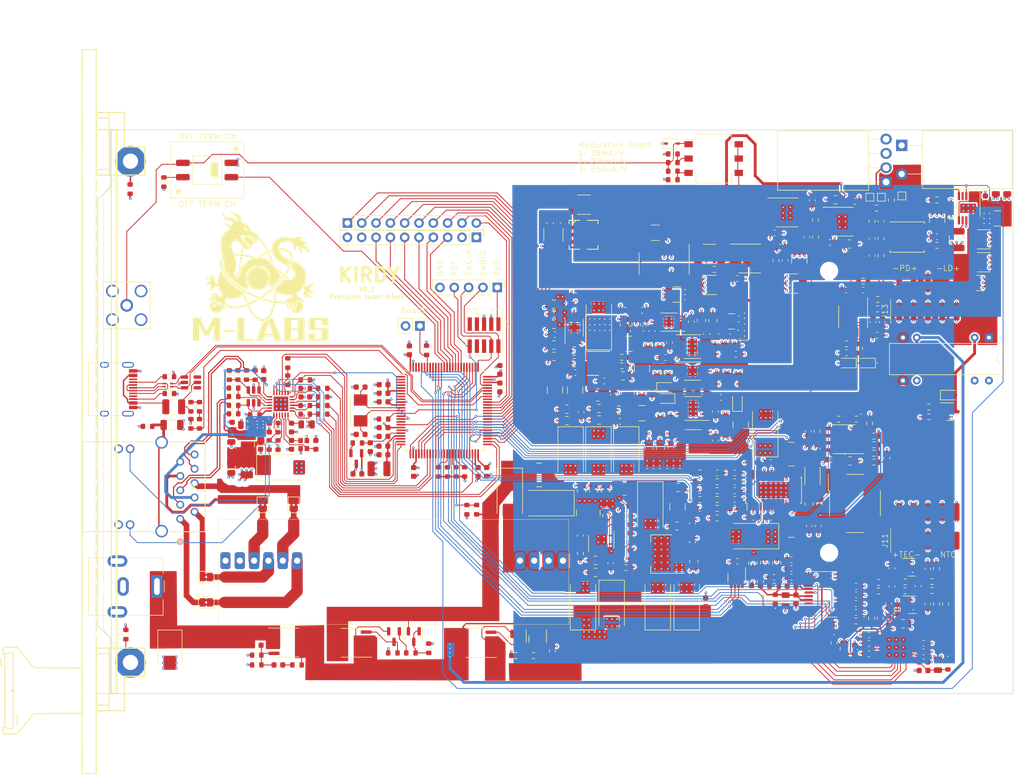
<source format=kicad_pcb>
(kicad_pcb (version 20221018) (generator pcbnew)

  (general
    (thickness 1.6)
  )

  (paper "A4")
  (layers
    (0 "F.Cu" jumper)
    (1 "In1.Cu" signal)
    (2 "In2.Cu" signal)
    (31 "B.Cu" signal)
    (32 "B.Adhes" user "B.Adhesive")
    (33 "F.Adhes" user "F.Adhesive")
    (34 "B.Paste" user)
    (35 "F.Paste" user)
    (36 "B.SilkS" user "B.Silkscreen")
    (37 "F.SilkS" user "F.Silkscreen")
    (38 "B.Mask" user)
    (39 "F.Mask" user)
    (40 "Dwgs.User" user "User.Drawings")
    (41 "Cmts.User" user "User.Comments")
    (42 "Eco1.User" user "User.Eco1")
    (43 "Eco2.User" user "User.Eco2")
    (44 "Edge.Cuts" user)
    (45 "Margin" user)
    (46 "B.CrtYd" user "B.Courtyard")
    (47 "F.CrtYd" user "F.Courtyard")
    (48 "B.Fab" user)
    (49 "F.Fab" user)
    (50 "User.1" user)
    (51 "User.2" user)
    (52 "User.3" user)
    (53 "User.4" user)
    (54 "User.5" user)
    (55 "User.6" user)
    (56 "User.7" user)
    (57 "User.8" user)
    (58 "User.9" user)
  )

  (setup
    (stackup
      (layer "F.SilkS" (type "Top Silk Screen"))
      (layer "F.Paste" (type "Top Solder Paste"))
      (layer "F.Mask" (type "Top Solder Mask") (thickness 0.01))
      (layer "F.Cu" (type "copper") (thickness 0.035))
      (layer "dielectric 1" (type "core") (thickness 0.48) (material "FR4") (epsilon_r 4.5) (loss_tangent 0.02))
      (layer "In1.Cu" (type "copper") (thickness 0.035))
      (layer "dielectric 2" (type "prepreg") (thickness 0.48) (material "FR4") (epsilon_r 4.5) (loss_tangent 0.02))
      (layer "In2.Cu" (type "copper") (thickness 0.035))
      (layer "dielectric 3" (type "core") (thickness 0.48) (material "FR4") (epsilon_r 4.5) (loss_tangent 0.02))
      (layer "B.Cu" (type "copper") (thickness 0.035))
      (layer "B.Mask" (type "Bottom Solder Mask") (thickness 0.01))
      (layer "B.Paste" (type "Bottom Solder Paste"))
      (layer "B.SilkS" (type "Bottom Silk Screen"))
      (copper_finish "ENIG")
      (dielectric_constraints no)
    )
    (pad_to_mask_clearance 0)
    (pcbplotparams
      (layerselection 0x00010fc_ffffffff)
      (plot_on_all_layers_selection 0x0000000_00000000)
      (disableapertmacros false)
      (usegerberextensions true)
      (usegerberattributes false)
      (usegerberadvancedattributes false)
      (creategerberjobfile true)
      (dashed_line_dash_ratio 12.000000)
      (dashed_line_gap_ratio 3.000000)
      (svgprecision 6)
      (plotframeref false)
      (viasonmask false)
      (mode 1)
      (useauxorigin false)
      (hpglpennumber 1)
      (hpglpenspeed 20)
      (hpglpendiameter 15.000000)
      (dxfpolygonmode true)
      (dxfimperialunits true)
      (dxfusepcbnewfont true)
      (psnegative false)
      (psa4output false)
      (plotreference false)
      (plotvalue false)
      (plotinvisibletext false)
      (sketchpadsonfab false)
      (subtractmaskfromsilk true)
      (outputformat 1)
      (mirror false)
      (drillshape 0)
      (scaleselection 1)
      (outputdirectory "gerbers")
    )
  )

  (net 0 "")
  (net 1 "+5VA")
  (net 2 "GND")
  (net 3 "Net-(U1-VOUT_F)")
  (net 4 "Net-(U4--)")
  (net 5 "Net-(U2-OUT)")
  (net 6 "Net-(U4-+)")
  (net 7 "+9VA")
  (net 8 "-6V")
  (net 9 "+15V")
  (net 10 "Net-(U6-+)")
  (net 11 "Net-(C13-Pad2)")
  (net 12 "/MCU/PD_MON")
  (net 13 "Net-(C18-Pad2)")
  (net 14 "Net-(C18-Pad1)")
  (net 15 "Net-(U5B-+)")
  (net 16 "+3V3")
  (net 17 "Net-(U6--)")
  (net 18 "Net-(Q2-G)")
  (net 19 "/MCU/VREF")
  (net 20 "+12V")
  (net 21 "Net-(C25-Pad2)")
  (net 22 "Net-(C26-Pad2)")
  (net 23 "Net-(C26-Pad1)")
  (net 24 "Net-(C27-Pad1)")
  (net 25 "/driveStage/PD_C")
  (net 26 "Net-(C28-Pad1)")
  (net 27 "-9V")
  (net 28 "IN")
  (net 29 "Net-(U8-VCAP_1)")
  (net 30 "Net-(U8-VCAP_2)")
  (net 31 "Net-(C52-Pad1)")
  (net 32 "Net-(U8-PH0)")
  (net 33 "Net-(U8-PH1)")
  (net 34 "/MCU/VDDA")
  (net 35 "Net-(D6-K)")
  (net 36 "Net-(D5-A)")
  (net 37 "Net-(U9-C+)")
  (net 38 "Net-(D5-K)")
  (net 39 "Net-(C57-Pad1)")
  (net 40 "+9V")
  (net 41 "+8V")
  (net 42 "+3.3VA")
  (net 43 "/thermostat/DAC_REF")
  (net 44 "Net-(U9-C-)")
  (net 45 "Net-(D7-A)")
  (net 46 "Net-(U16-PGFB)")
  (net 47 "/thermostat/MAXV")
  (net 48 "/thermostat/MAXIP")
  (net 49 "/thermostat/MAXIN")
  (net 50 "Net-(U11-EN{slash}UV)")
  (net 51 "Net-(U12-EN{slash}UV)")
  (net 52 "Net-(U13-EN{slash}UV)")
  (net 53 "/MCU/TEC_ISEN")
  (net 54 "Net-(U15-EN{slash}UV)")
  (net 55 "/MCU/TEC_VREF")
  (net 56 "Net-(U14-EN{slash}UV)")
  (net 57 "Net-(U11-SET)")
  (net 58 "Net-(U16-SET)")
  (net 59 "+5V")
  (net 60 "Net-(U12-SET)")
  (net 61 "Net-(U13-SET)")
  (net 62 "Net-(U14-SET)")
  (net 63 "Net-(U15-SET)")
  (net 64 "Net-(U19-REGCAPD)")
  (net 65 "Net-(U18-REGCAPD)")
  (net 66 "Net-(U21-CTLI)")
  (net 67 "Net-(U18-REFOUT)")
  (net 68 "Net-(U18-REGCAPA)")
  (net 69 "Net-(U19-REGCAPA)")
  (net 70 "Net-(U21-COMP)")
  (net 71 "Net-(U21-CS)")
  (net 72 "Net-(U21-OS2)")
  (net 73 "/Ehternet/AVDDT_PHY")
  (net 74 "/Ehternet/ETH_SHIELD")
  (net 75 "Net-(U23-VIN)")
  (net 76 "Net-(U23-SS{slash}TR)")
  (net 77 "/MCU/RST")
  (net 78 "Net-(FB12-Pad1)")
  (net 79 "/thermostat/TEC+")
  (net 80 "/thermostat/TEC-")
  (net 81 "Net-(U23-BOOT)")
  (net 82 "/MCU/USB_DP")
  (net 83 "/MCU/USB_DN")
  (net 84 "/MCU/SWDIO")
  (net 85 "/MCU/SWCLK")
  (net 86 "Net-(U23-COMP)")
  (net 87 "Net-(Q3-E)")
  (net 88 "/digital supply/+12V_Barrel_Jack")
  (net 89 "Net-(Q4-G)")
  (net 90 "Net-(U24-VI)")
  (net 91 "Net-(U26-XTAL2)")
  (net 92 "Net-(U26-XTAL1)")
  (net 93 "Net-(U26-VDDCR)")
  (net 94 "Net-(D1-A2)")
  (net 95 "/driveStage/LD-")
  (net 96 "/thermostat/NTC+")
  (net 97 "/thermostat/NTC-")
  (net 98 "Net-(D4-A)")
  (net 99 "Net-(U27-VBUS)")
  (net 100 "Net-(L3-Pad1)")
  (net 101 "Net-(U21-OS1)")
  (net 102 "Net-(FL2-Pad4)")
  (net 103 "Net-(FL2-Pad1)")
  (net 104 "Net-(J4-Pin_8)")
  (net 105 "Net-(J4-Pin_7)")
  (net 106 "Net-(J4-Pin_6)")
  (net 107 "Net-(J4-Pin_5)")
  (net 108 "Net-(J4-Pin_4)")
  (net 109 "Net-(J4-Pin_3)")
  (net 110 "Net-(J5-Pin_10)")
  (net 111 "Net-(J5-Pin_9)")
  (net 112 "Net-(J5-Pin_8)")
  (net 113 "Net-(J5-Pin_7)")
  (net 114 "Net-(J5-Pin_6)")
  (net 115 "Net-(J5-Pin_5)")
  (net 116 "Net-(J5-Pin_4)")
  (net 117 "Net-(J5-Pin_3)")
  (net 118 "Net-(J5-Pin_2)")
  (net 119 "Net-(J5-Pin_1)")
  (net 120 "unconnected-(J6-Pin_6-Pad6)")
  (net 121 "/MCU/PWM_MAXV")
  (net 122 "/MCU/PWM_MAXIP")
  (net 123 "/MCU/PWM_MAXIN")
  (net 124 "unconnected-(J6-Pin_7-Pad7)")
  (net 125 "unconnected-(J6-Pin_8-Pad8)")
  (net 126 "unconnected-(J6-Pin_9-Pad9)")
  (net 127 "/MCU/TEC_VSEN")
  (net 128 "/Ehternet/POE_VC2-")
  (net 129 "/Ehternet/POE_VC1-")
  (net 130 "/MCU/POE_PWR_SRC")
  (net 131 "/Ehternet/RMII_RXD0")
  (net 132 "/Ehternet/POE_VC2+")
  (net 133 "/Ehternet/RMII_RXD1")
  (net 134 "/Ehternet/POE_VC1+")
  (net 135 "/Ehternet/RMII_CRS_DV")
  (net 136 "/Ehternet/RMII_REF_CLK")
  (net 137 "/Ehternet/RMII_MDIO")
  (net 138 "Net-(J9-Pad11)")
  (net 139 "/Ehternet/ETH_LED_1")
  (net 140 "Net-(J9-Pad13)")
  (net 141 "/Ehternet/PHY_TD_P")
  (net 142 "/Ehternet/PHY_TD_N")
  (net 143 "/Ehternet/PHY_RD_P")
  (net 144 "/Ehternet/PHY_RD_N")
  (net 145 "/Ehternet/ETH_LED_2")
  (net 146 "unconnected-(J10-SBU2-PadB8)")
  (net 147 "Net-(J10-CC2)")
  (net 148 "/MCU/USB_VBUS")
  (net 149 "/MCU/LDAC_LOAD")
  (net 150 "/MCU/LDAC_CLK")
  (net 151 "/MCU/LDAC_MOSI")
  (net 152 "/MCU/LDAC_CS")
  (net 153 "/MCU/TADC_SYNC")
  (net 154 "/MCU/TADC_MISO")
  (net 155 "/MCU/TDAC_MOSI")
  (net 156 "/MCU/TADC_CLK")
  (net 157 "/MCU/TDAC_CLK")
  (net 158 "/MCU/TADC_CS")
  (net 159 "/MCU/TDAC_SYNC")
  (net 160 "/MCU/TADC_MOSI")
  (net 161 "unconnected-(J10-SBU1-PadA8)")
  (net 162 "Net-(J10-CC1)")
  (net 163 "Net-(JP1-A)")
  (net 164 "Net-(JP2-B)")
  (net 165 "Net-(JP3-B)")
  (net 166 "Net-(JP4-B)")
  (net 167 "Net-(JP5-B)")
  (net 168 "Net-(L4-Pad1)")
  (net 169 "Net-(Q9-E)")
  (net 170 "Net-(Q1-G)")
  (net 171 "Net-(Q2-S-Pad1)")
  (net 172 "Net-(Q3-B)")
  (net 173 "Net-(Q5-G)")
  (net 174 "/Ehternet/RMII_MDC")
  (net 175 "/Ehternet/PHY_NRST")
  (net 176 "Net-(Q6-B)")
  (net 177 "Net-(Q7-B)")
  (net 178 "Net-(Q8-G)")
  (net 179 "Net-(Q9-B)")
  (net 180 "Net-(R3-Pad2)")
  (net 181 "/Ehternet/RMII_TX_EN")
  (net 182 "/Ehternet/RMII_TXD0")
  (net 183 "/Ehternet/RMII_TXD1")
  (net 184 "Net-(R5-Pad2)")
  (net 185 "Net-(U3--)")
  (net 186 "Net-(U5B--)")
  (net 187 "Net-(U7-OUT)")
  (net 188 "Net-(U8-PE8)")
  (net 189 "Net-(U8-PE9)")
  (net 190 "Net-(U8-PE10)")
  (net 191 "Net-(U8-PE11)")
  (net 192 "Net-(U16-ILIM)")
  (net 193 "Net-(U10-SET)")
  (net 194 "Net-(U17-VFB)")
  (net 195 "Net-(U20B--)")
  (net 196 "Net-(U18-AIN0)")
  (net 197 "Net-(U18-AIN1)")
  (net 198 "Net-(U19-AIN0{slash}REF2-)")
  (net 199 "Net-(U19-AIN1{slash}REF2+)")
  (net 200 "unconnected-(K1-Pad14)")
  (net 201 "Net-(U20A-+)")
  (net 202 "Net-(U20A--)")
  (net 203 "Net-(U23-EN)")
  (net 204 "Net-(U23-RT{slash}CLK)")
  (net 205 "Net-(U23-VSENSE)")
  (net 206 "Net-(U26-RXD0)")
  (net 207 "Net-(U26-RXD1)")
  (net 208 "Net-(U26-CRS_DV)")
  (net 209 "Net-(U26-nINT)")
  (net 210 "Net-(U26-RXER)")
  (net 211 "Net-(U26-RBIAS)")
  (net 212 "Net-(U3-+)")
  (net 213 "Net-(U1-VOUT_S)")
  (net 214 "unconnected-(U2-INV-Pad13)")
  (net 215 "unconnected-(U2-NC-Pad9)")
  (net 216 "unconnected-(U2-RFB-Pad1)")
  (net 217 "unconnected-(U8-PE1-Pad98)")
  (net 218 "unconnected-(U8-PE0-Pad97)")
  (net 219 "unconnected-(U8-PB9-Pad96)")
  (net 220 "unconnected-(U8-PA10-Pad69)")
  (net 221 "unconnected-(U8-PA8-Pad67)")
  (net 222 "unconnected-(U8-PE15-Pad46)")
  (net 223 "unconnected-(U8-PE14-Pad45)")
  (net 224 "/MCU/LD_EN")
  (net 225 "unconnected-(U8-PE13-Pad44)")
  (net 226 "unconnected-(U8-PE12-Pad43)")
  (net 227 "unconnected-(U8-PE7-Pad38)")
  (net 228 "unconnected-(U8-PB2-Pad37)")
  (net 229 "/MCU/TEC_~{SHDN}")
  (net 230 "/MCU/~{LD_SHORT}")
  (net 231 "unconnected-(U8-PC2-Pad17)")
  (net 232 "unconnected-(U8-PC0-Pad15)")
  (net 233 "unconnected-(U8-PC15-Pad9)")
  (net 234 "unconnected-(U8-PC14-Pad8)")
  (net 235 "unconnected-(U8-PC13-Pad7)")
  (net 236 "unconnected-(U8-PE6-Pad5)")
  (net 237 "unconnected-(U8-PE5-Pad4)")
  (net 238 "unconnected-(U8-PE4-Pad3)")
  (net 239 "unconnected-(U8-PE3-Pad2)")
  (net 240 "unconnected-(U8-PE2-Pad1)")
  (net 241 "12Vin")
  (net 242 "unconnected-(U9-NC-Pad12)")
  (net 243 "unconnected-(U9-NC-Pad7)")
  (net 244 "unconnected-(U9-NC-Pad6)")
  (net 245 "unconnected-(U9-NC-Pad3)")
  (net 246 "unconnected-(U9-NC-Pad1)")
  (net 247 "unconnected-(U10-ILIM-Pad5)")
  (net 248 "unconnected-(U11-PG-Pad4)")
  (net 249 "unconnected-(U12-PG-Pad5)")
  (net 250 "unconnected-(U13-PG-Pad4)")
  (net 251 "unconnected-(U14-VIOC-Pad7)")
  (net 252 "unconnected-(U14-PG-Pad4)")
  (net 253 "unconnected-(U15-PG-Pad4)")
  (net 254 "unconnected-(U16-PG-Pad5)")
  (net 255 "unconnected-(U18-GPIO1-Pad20)")
  (net 256 "unconnected-(U18-GPIO0-Pad19)")
  (net 257 "unconnected-(U18-XTAL2{slash}CLKIO-Pad10)")
  (net 258 "unconnected-(U18-XTAL1-Pad9)")
  (net 259 "unconnected-(U19-DNC-Pad3)")
  (net 260 "unconnected-(U19-PDSW-Pad8)")
  (net 261 "unconnected-(U19-XTAL1-Pad9)")
  (net 262 "unconnected-(U19-XTAL2{slash}CLKIO-Pad10)")
  (net 263 "unconnected-(U19-~{ERROR}-Pad15)")
  (net 264 "unconnected-(U19-GPIO0-Pad20)")
  (net 265 "unconnected-(U19-GPIO1-Pad21)")
  (net 266 "unconnected-(U19-GPIO2-Pad22)")
  (net 267 "unconnected-(U19-AIN2-Pad23)")
  (net 268 "unconnected-(U19-AIN3-Pad24)")
  (net 269 "unconnected-(U19-AIN4-Pad25)")
  (net 270 "unconnected-(U19-AIN5-Pad26)")
  (net 271 "unconnected-(U19-AIN6-Pad27)")
  (net 272 "unconnected-(U19-AIN7-Pad28)")
  (net 273 "unconnected-(U19-AIN8-Pad29)")
  (net 274 "unconnected-(U19-GPO3-Pad30)")
  (net 275 "Net-(U20B-+)")
  (net 276 "unconnected-(U22-NC-Pad2)")
  (net 277 "unconnected-(U22-NC-Pad1)")
  (net 278 "unconnected-(U23-PWRGD-Pad14)")
  (net 279 "unconnected-(U27-I{slash}O4-Pad6)")
  (net 280 "unconnected-(U27-I{slash}O3-Pad4)")
  (net 281 "/Ehternet/RJ45_RD_N")
  (net 282 "/Ehternet/RJ45_RD_P")
  (net 283 "/Ehternet/RJ45_TD_N")
  (net 284 "/Ehternet/RJ45_TD_P")
  (net 285 "/thermostat/ADC1_REF")
  (net 286 "/thermostat/ADC1_A3V3")
  (net 287 "/thermostat/ADC1_D3V3")
  (net 288 "/thermostat/ADC2_D3V3")
  (net 289 "/thermostat/ADC2_A3V3")
  (net 290 "/thermostat/ADC2_REF")
  (net 291 "Net-(C124-Pad1)")
  (net 292 "Net-(C125-Pad1)")
  (net 293 "Net-(C126-Pad1)")
  (net 294 "Net-(C156-Pad2)")
  (net 295 "Net-(C157-Pad2)")
  (net 296 "Net-(C166-Pad2)")
  (net 297 "Net-(C167-Pad2)")
  (net 298 "Net-(C177-Pad2)")
  (net 299 "Net-(C178-Pad1)")
  (net 300 "Net-(C179-Pad1)")
  (net 301 "Net-(C187-Pad2)")
  (net 302 "Net-(C188-Pad1)")
  (net 303 "Net-(C208-Pad1)")
  (net 304 "Net-(R7-Pad2)")
  (net 305 "Net-(R23-Pad2)")
  (net 306 "unconnected-(R25-Pad3)")
  (net 307 "Net-(R35-Pad2)")
  (net 308 "Net-(R66-Pad2)")
  (net 309 "Net-(R121-Pad2)")
  (net 310 "Net-(R122-Pad1)")
  (net 311 "unconnected-(J4-Pin_9-Pad9)")
  (net 312 "/MCU/TERM_STAT")
  (net 313 "Net-(MH1-Pad1)")
  (net 314 "Net-(MH1-Pad2)")

  (footprint "Resistor_SMD:R_0603_1608Metric" (layer "F.Cu") (at 34.544 45.8338 180))

  (footprint "Resistor_SMD:R_0603_1608Metric" (layer "F.Cu") (at 56.4334 91.9319 90))

  (footprint "Capacitor_SMD:C_0603_1608Metric" (layer "F.Cu") (at 34.544 47.3578))

  (footprint "Capacitor_SMD:C_0603_1608Metric" (layer "F.Cu") (at 138.5316 80.9498 90))

  (footprint "Package_TO_SOT_SMD:SOT-23" (layer "F.Cu") (at 50.2782 89.8694 -90))

  (footprint "Capacitor_SMD:C_0805_2012Metric" (layer "F.Cu") (at 103.4288 76.5556 -90))

  (footprint "Inductor_SMD:L_1210_3225Metric" (layer "F.Cu") (at 47.617 60.0964))

  (footprint "Capacitor_SMD:C_0603_1608Metric" (layer "F.Cu") (at 104.4956 63.9706 180))

  (footprint "Capacitor_SMD:C_0603_1608Metric" (layer "F.Cu") (at 78.8126 36.3114 180))

  (footprint "Capacitor_SMD:C_0603_1608Metric" (layer "F.Cu") (at 137.6328 58.1658 90))

  (footprint "Package_QFP:LQFP-100_14x14mm_P0.5mm" (layer "F.Cu") (at 59.182 49.7798))

  (footprint "Capacitor_SMD:C_0603_1608Metric" (layer "F.Cu") (at 104.4956 67.1332 180))

  (footprint "Resistor_SMD:R_0603_1608Metric" (layer "F.Cu") (at 33.0855 94.896))

  (footprint "Resistor_SMD:R_0603_1608Metric" (layer "F.Cu") (at 37.6308 47.3578 180))

  (footprint "Inductor_SMD:L_1008_2520Metric" (layer "F.Cu") (at 91.7448 46.6344 -90))

  (footprint "Capacitor_SMD:C_0603_1608Metric" (layer "F.Cu") (at 110.6875 60.8397))

  (footprint "Capacitor_SMD:C_0805_2012Metric" (layer "F.Cu") (at 94.1832 46.3922 -90))

  (footprint "Resistor_SMD:R_0603_1608Metric" (layer "F.Cu") (at 115.239 80.0856 -90))

  (footprint "Resistor_SMD:R_0603_1608Metric" (layer "F.Cu") (at 37.6308 45.8338 180))

  (footprint "Resistor_SMD:R_0603_1608Metric" (layer "F.Cu") (at 132.1684 87.096))

  (footprint "Resistor_SMD:R_0603_1608Metric" (layer "F.Cu") (at 104.4956 62.3984))

  (footprint "Resistor_SMD:R_0603_1608Metric" (layer "F.Cu") (at 78.35 92.4 90))

  (footprint "Capacitor_SMD:C_0603_1608Metric" (layer "F.Cu") (at 135.0256 22.3134 -90))

  (footprint "Capacitor_SMD:C_0603_1608Metric" (layer "F.Cu") (at 99.3394 50.1786 90))

  (footprint "Diode_SMD:D_SMB" (layer "F.Cu") (at 10.5615 92.364 -90))

  (footprint "Capacitor_SMD:C_0603_1608Metric" (layer "F.Cu") (at 78.8126 32.7046 180))

  (footprint "Resistor_SMD:R_0603_1608Metric" (layer "F.Cu") (at 21.844 50.355))

  (footprint "Resistor_SMD:R_0603_1608Metric" (layer "F.Cu") (at 145.0848 49.1476))

  (footprint "Capacitor_SMD:C_0805_2012Metric" (layer "F.Cu") (at 82.2198 41.2662 180))

  (footprint "Package_SO:SOIC-8-1EP_3.9x4.9mm_P1.27mm_EP2.29x3mm" (layer "F.Cu") (at 119.9378 14.6424))

  (footprint "Capacitor_SMD:C_0805_2012Metric" (layer "F.Cu") (at 86.0044 76.3524 180))

  (footprint "Package_TO_SOT_SMD:SOT-23-6" (layer "F.Cu") (at 25.4 47.2562 90))

  (footprint "Connector_BarrelJack:BarrelJack_CUI_PJ-063AH_Horizontal" (layer "F.Cu") (at 8.25 80.9732 -90))

  (footprint "Capacitor_SMD:C_1812_4532Metric" (layer "F.Cu") (at 154.813 23.4696))

  (footprint "Resistor_SMD:R_0603_1608Metric" (layer "F.Cu") (at 136.144 81.788))

  (footprint "Capacitor_SMD:C_0603_1608Metric" (layer "F.Cu") (at 144.137 91.059))

  (footprint "Resistor_SMD:R_0603_1608Metric" (layer "F.Cu") (at 104.5423 60.8397))

  (footprint "Resistor_SMD:R_0603_1608Metric" (layer "F.Cu") (at 148.463 94.869 90))

  (footprint "Resistor_SMD:R_0603_1608Metric" (layer "F.Cu") (at 107.823 39.7994))

  (footprint "Package_TO_SOT_THT:TO-220F-4_Horizontal_TabDown" (layer "F.Cu") (at 137.5 9.25 90))

  (footprint "Capacitor_SMD:C_0603_1608Metric" (layer "F.Cu") (at 117.6528 79.3496 180))

  (footprint "Capacitor_SMD:C_0603_1608Metric" (layer "F.Cu") (at 99.1108 37.6936 -90))

  (footprint "Capacitor_SMD:C_0603_1608Metric" (layer "F.Cu")
    (tstamp 18b8fa11-6bc8-4019-aac3-0eea023d7ea8)
    (at 113.652 80.0602 -90)
    (descr "Capacitor SMD 0603 (1608 Metric), square (rectangular) end terminal, IPC_7351 nominal, (Body size source: IPC-SM-782 page 76, https://www.pcb-3d.com/wordpress/wp-content/uploads/ipc-sm-782a_amendment_1_and_2.pdf), generated with kicad-footprint-generator")
    (tags "capacitor")
    (property "MFR_PN" "CL10B104KB8NNWC")
    (property "MFR_PN_ALT" "CL10B104KB8NNNL")
    (property "Sheetfile" "thermostat.kicad_sch")
    (property "Sheetname" "thermostat")
    (property "ki_description" "Unpolarized capacitor")
    (property "ki_keywords" "cap capacitor")
    (path "/bda728c0-b189-4e05-8d4f-58a38acf883b/d924e105-c32c-494b-9c01-fb97e5dab91b")
    (attr smd)
    (fp_text reference "C117" (at 0 -1.43 90) (layer "F.SilkS") hide
        (effects (font (size 1 1) (thickness 0.15)))
      (tstamp f9ad1429-39d7-47ea-ada8-5393828a2889)
    )
    (fp_text value "100n" (at 0 1.43 90) (layer "F.Fab")
        (effects (font (size 1 1) (thickness 0.15)))
      (tstamp 8511fbd7-9a6d-4704-946e-99a01089ef2e)
    )
    (fp_text user "${REFERENCE}" (at 0 0 90) (layer "F.Fab")
        (effects (font (size 0.4 0.4) (thickness 0.06)))
      (tstamp c324be00-810c-4b73-bd6d-aca1e4198d27)
    )
    (fp_line (start -0.14058 -0.51) (end 0.14058 -0.51)
      (stroke (width 0.12) (type solid)) (layer "F.SilkS") (tstamp 9b913c31-919e-482b-8fc3-de2474e98775))
    (fp_line (start -0.14058 0.51) (end 0.14058 0.51)
      (stroke (width 0.12) (type solid)) (layer "F.SilkS") (tstamp bffab35a-5e9b-42c4-869d-78ce07d9be2e))
    (fp_line (start -1.48 -0.73) (end 1.48 -0.73)
      (stroke (width 0.05) (type solid)) (layer "F.CrtYd") (tstamp 3c02d922-1ad3-4000-ac9a-976d3c74b0fe))
    (fp_line (start -1.48 0.73) (end -1.48 -0.73)
      (stroke (width 0.05) (type solid)) (layer "F.CrtYd") (tstamp 08eaee24-44e8-4397-8664-3e26a7eefea6))
    (fp_line (start 1.48 -0.73) (end 1.48 0.73)
      (stroke (width 0.05) (type solid)) (layer "F.CrtYd") (tstamp c1035e45-9226-4bec-9cc4-77114eb93383))
    (fp_line (start 1.48 0.73) (end -1.48 0.73)
      (stroke (width 0.05) (type solid)) (layer "F.CrtYd") (tstamp 5cf57a08-cf5a-45c3-b532-b5703819923d))
    (fp_line (start -0.8 -0.4) (end 0.8 -0.4)
      (stroke (width 0.1) (type solid)) (layer "F.Fab") (tstamp 5d825777-9712-4a76-9724-4eb7a337560d))
    (fp_line (start -0.8 0.4) (end -0.8 -0.4)
      (stroke (width 0.1) (type solid)) (layer "F.Fab") (tstamp a4af2e1e-c8f5-48a4-8e64-cd97732269a6))
    (fp_line (start 0.8 -0.4) (end 0.8 0.4)
      (stroke (width 0.1) (type solid)) (layer "F.Fab") (tstamp e1507178-cacb-42b3-8011-07e8ff0daed7))
    (fp_line (start 0.8 0.4) (end -0.8 0.4)
      (stroke (width 0.1) (type solid)) (laye
... [5380669 chars truncated]
</source>
